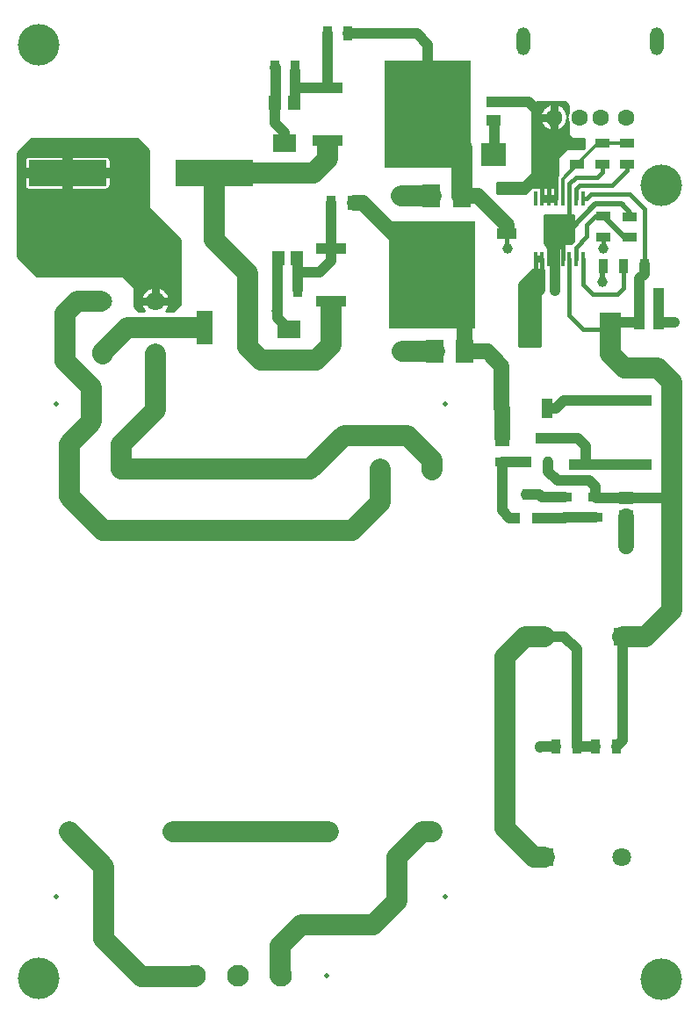
<source format=gtl>
G04 Layer_Physical_Order=1*
G04 Layer_Color=255*
%FSAX25Y25*%
%MOIN*%
G70*
G01*
G75*
%ADD10C,0.01000*%
%ADD11R,0.05512X0.03740*%
%ADD12R,0.09252X0.08858*%
%ADD13R,0.05512X0.04134*%
%ADD14R,0.29528X0.09842*%
%ADD15R,0.05905X0.12598*%
%ADD16R,0.07087X0.08858*%
%ADD17R,0.08858X0.07087*%
%ADD18R,0.03740X0.05512*%
%ADD19R,0.04528X0.05709*%
%ADD20R,0.11811X0.03937*%
%ADD21R,0.33071X0.40551*%
%ADD22R,0.07598X0.03937*%
%ADD23R,0.07874X0.12598*%
%ADD24R,0.10630X0.10630*%
%ADD25R,0.01772X0.05709*%
%ADD26R,0.04134X0.05512*%
%ADD27R,0.03937X0.07598*%
%ADD28R,0.12992X0.04134*%
%ADD29R,0.05709X0.04528*%
%ADD30R,0.02362X0.04134*%
%ADD31R,0.02559X0.04134*%
%ADD32C,0.03937*%
%ADD33C,0.03150*%
%ADD34C,0.05905*%
%ADD35C,0.07874*%
%ADD36C,0.01575*%
%ADD37C,0.01968*%
%ADD38C,0.01181*%
%ADD39C,0.03071*%
%ADD40C,0.01772*%
%ADD41C,0.02756*%
%ADD42O,0.05118X0.10630*%
%ADD43C,0.06299*%
%ADD44C,0.15748*%
%ADD45C,0.08268*%
%ADD46C,0.01968*%
%ADD47C,0.07087*%
%ADD48R,0.07087X0.07087*%
%ADD49C,0.03937*%
D10*
X0135411Y0409279D02*
G03*
X0136911Y0410779I0000000J0001500D01*
G01*
Y0420621D02*
G03*
X0135411Y0422121I-0001500J0000000D01*
G01*
X0159718Y0366900D02*
G03*
X0149872Y0363200I-0005618J0000000D01*
G01*
X0158328D02*
G03*
X0159718Y0366900I-0004228J0003700D01*
G01*
X0105884Y0422121D02*
G03*
X0104384Y0420621I0000000J-0001500D01*
G01*
Y0410779D02*
G03*
X0105884Y0409279I0001500J0000000D01*
G01*
X0310527Y0436370D02*
G03*
X0310800Y0435147I0004633J0000393D01*
G01*
Y0438379D02*
G03*
X0310527Y0437156I0004360J-0001616D01*
G01*
D02*
G03*
X0310527Y0436370I-0005210J-0000393D01*
G01*
X0306800Y0414540D02*
G03*
X0306489Y0413443I0001780J-0001097D01*
G01*
X0306800Y0414540D02*
G03*
X0306489Y0413443I0001780J-0001097D01*
G01*
X0147200Y0428700D02*
X0151500Y0424400D01*
Y0402400D02*
Y0424400D01*
X0139000Y0376700D02*
Y0428700D01*
X0141000Y0376700D02*
Y0428700D01*
X0142000Y0376300D02*
Y0428700D01*
X0143000Y0375300D02*
Y0428700D01*
X0140000Y0376700D02*
Y0428700D01*
X0136911Y0420000D02*
X0151500D01*
X0136911Y0419000D02*
X0151500D01*
X0136002Y0422000D02*
X0151500D01*
X0136862Y0421000D02*
X0151500D01*
X0137000Y0376700D02*
Y0428700D01*
X0138000Y0376700D02*
Y0428700D01*
X0136911Y0410779D02*
Y0420621D01*
Y0415000D02*
X0151500D01*
X0136911Y0414000D02*
X0151500D01*
X0136911Y0418000D02*
X0151500D01*
X0136911Y0416000D02*
X0151500D01*
X0142300Y0376000D02*
X0163400D01*
X0143300Y0375000D02*
X0163400D01*
X0151500Y0402400D02*
X0163400Y0390500D01*
X0136911Y0413000D02*
X0151500D01*
X0136911Y0412000D02*
X0151500D01*
X0136911Y0417000D02*
X0151500D01*
X0136911Y0411000D02*
X0151500D01*
X0136693Y0410000D02*
X0151500D01*
X0134000Y0422121D02*
Y0428700D01*
X0135000Y0422121D02*
Y0428700D01*
X0131000Y0422121D02*
Y0428700D01*
X0133000Y0422121D02*
Y0428700D01*
X0136000Y0422001D02*
Y0428700D01*
X0132000Y0422121D02*
Y0428700D01*
X0126000Y0422121D02*
Y0428700D01*
X0127000Y0422121D02*
Y0428700D01*
X0124000Y0422121D02*
Y0428700D01*
X0125000Y0422121D02*
Y0428700D01*
X0129000Y0422121D02*
Y0428700D01*
X0130000Y0422121D02*
Y0428700D01*
X0128000Y0422121D02*
Y0428700D01*
X0132000Y0376700D02*
Y0409279D01*
X0133000Y0376700D02*
Y0409279D01*
X0130000Y0376700D02*
Y0409279D01*
X0131000Y0376700D02*
Y0409279D01*
X0136000Y0376700D02*
Y0409399D01*
X0135000Y0376700D02*
Y0409279D01*
X0134000Y0376700D02*
Y0409279D01*
X0125000Y0376700D02*
Y0409279D01*
X0126000Y0376700D02*
Y0409279D01*
X0124000Y0376700D02*
Y0409279D01*
X0128000Y0376700D02*
Y0409279D01*
X0129000Y0376700D02*
Y0409279D01*
X0127000Y0376700D02*
Y0409279D01*
X0163000Y0365400D02*
Y0390900D01*
X0163400Y0365800D02*
Y0390500D01*
X0158000Y0370944D02*
Y0395900D01*
X0159000Y0369648D02*
Y0394900D01*
X0161000Y0363400D02*
Y0392900D01*
X0162000Y0364400D02*
Y0391900D01*
X0160000Y0363200D02*
Y0393900D01*
X0144300Y0374000D02*
X0163400D01*
X0145300Y0373000D02*
X0163400D01*
X0156000Y0372187D02*
Y0397900D01*
X0156456Y0372000D02*
X0163400D01*
X0157000Y0371712D02*
Y0396900D01*
X0159717Y0367000D02*
X0163400D01*
X0159646Y0366000D02*
X0163400D01*
X0159311Y0369000D02*
X0163400D01*
X0159609Y0368000D02*
X0163400D01*
X0160800Y0363200D02*
X0163400Y0365800D01*
X0159387Y0365000D02*
X0162600D01*
X0158912Y0364000D02*
X0161600D01*
X0157941Y0371000D02*
X0163400D01*
X0158785Y0370000D02*
X0163400D01*
X0158328Y0363200D02*
X0160800D01*
X0154000Y0372517D02*
Y0399900D01*
X0155000Y0372446D02*
Y0398900D01*
X0152000Y0372111D02*
Y0401900D01*
X0153000Y0372409D02*
Y0400900D01*
X0150000Y0370741D02*
Y0425900D01*
X0151000Y0371585D02*
Y0424900D01*
X0149000Y0369256D02*
Y0426900D01*
X0146000Y0372300D02*
Y0428700D01*
X0141600Y0376700D02*
X0146000Y0372300D01*
X0144000Y0374300D02*
Y0428700D01*
X0145000Y0373300D02*
Y0428700D01*
X0147000Y0364000D02*
Y0428700D01*
X0148000Y0363200D02*
Y0427900D01*
X0146000Y0365000D02*
Y0372300D01*
Y0371000D02*
X0150259D01*
X0146000Y0370000D02*
X0149415D01*
X0146000Y0365000D02*
Y0372300D01*
Y0369000D02*
X0148889D01*
X0147000Y0364000D02*
X0149288D01*
X0147800Y0363200D02*
X0149872D01*
X0149000D02*
Y0364544D01*
X0146000Y0372000D02*
X0151743D01*
X0146000Y0368000D02*
X0148591D01*
X0146000Y0367000D02*
X0148483D01*
X0146000Y0366000D02*
X0148555D01*
X0146000Y0365000D02*
X0148813D01*
X0146000D02*
X0147800Y0363200D01*
X0119000Y0422121D02*
Y0428700D01*
X0120000Y0422121D02*
Y0428700D01*
X0117000Y0422121D02*
Y0428700D01*
X0118000Y0422121D02*
Y0428700D01*
X0122000Y0422121D02*
Y0428700D01*
X0123000Y0422121D02*
Y0428700D01*
X0121000Y0422121D02*
Y0428700D01*
X0105400Y0427000D02*
X0148900D01*
X0104400Y0426000D02*
X0149900D01*
X0107100Y0428700D02*
X0147200D01*
X0106400Y0428000D02*
X0147900D01*
X0116000Y0422121D02*
Y0428700D01*
X0103400Y0425000D02*
X0150900D01*
X0115000Y0422121D02*
Y0428700D01*
X0102400Y0424000D02*
X0151500D01*
X0105884Y0422121D02*
X0135411D01*
X0105884Y0409279D02*
X0135411D01*
X0101894Y0409000D02*
X0151500D01*
X0101894Y0408000D02*
X0151500D01*
X0101894Y0423000D02*
X0151500D01*
X0101894Y0406000D02*
X0151500D01*
X0101894Y0405000D02*
X0151500D01*
X0101894Y0407000D02*
X0151500D01*
X0110000Y0422121D02*
Y0428700D01*
X0111000Y0422121D02*
Y0428700D01*
X0108000Y0422121D02*
Y0428700D01*
X0109000Y0422121D02*
Y0428700D01*
X0113000Y0422121D02*
Y0428700D01*
X0114000Y0422121D02*
Y0428700D01*
X0112000Y0422121D02*
Y0428700D01*
X0101894Y0423494D02*
X0107100Y0428700D01*
X0107000Y0422121D02*
Y0428600D01*
X0106000Y0422121D02*
Y0427600D01*
X0101894Y0422000D02*
X0105293D01*
X0105000Y0421834D02*
Y0426600D01*
X0101894Y0421000D02*
X0104432D01*
X0101894Y0418000D02*
X0104384D01*
X0101894Y0417000D02*
X0104384D01*
X0101894Y0420000D02*
X0104384D01*
X0101894Y0419000D02*
X0104384D01*
Y0410779D02*
Y0420621D01*
X0101894Y0416000D02*
X0104384D01*
X0101894Y0414000D02*
X0104384D01*
X0101894Y0413000D02*
X0104384D01*
X0101894Y0415000D02*
X0104384D01*
X0101894Y0411000D02*
X0104384D01*
X0101894Y0410000D02*
X0104601D01*
X0101894Y0412000D02*
X0104384D01*
X0101894Y0394000D02*
X0159900D01*
X0101894Y0393000D02*
X0160900D01*
X0101894Y0396000D02*
X0157900D01*
X0101894Y0395000D02*
X0158900D01*
X0101894Y0391000D02*
X0162900D01*
X0101894Y0390000D02*
X0163400D01*
X0101894Y0392000D02*
X0161900D01*
X0101894Y0401000D02*
X0152900D01*
X0101894Y0400000D02*
X0153900D01*
X0101894Y0403000D02*
X0151500D01*
X0101894Y0402000D02*
X0151900D01*
X0101894Y0398000D02*
X0155900D01*
X0101894Y0397000D02*
X0156900D01*
X0101894Y0399000D02*
X0154900D01*
X0104800Y0381000D02*
X0163400D01*
X0105800Y0380000D02*
X0163400D01*
X0102800Y0383000D02*
X0163400D01*
X0103800Y0382000D02*
X0163400D01*
X0107800Y0378000D02*
X0163400D01*
X0108800Y0377000D02*
X0163400D01*
X0106800Y0379000D02*
X0163400D01*
X0101894Y0388000D02*
X0163400D01*
X0101894Y0387000D02*
X0163400D01*
X0101894Y0389000D02*
X0163400D01*
X0101894Y0385000D02*
X0163400D01*
X0101894Y0384000D02*
X0163400D01*
X0101894Y0386000D02*
X0163400D01*
X0118000Y0376700D02*
Y0409279D01*
X0119000Y0376700D02*
Y0409279D01*
X0116000Y0376700D02*
Y0409279D01*
X0117000Y0376700D02*
Y0409279D01*
X0122000Y0376700D02*
Y0409279D01*
X0123000Y0376700D02*
Y0409279D01*
X0120000Y0376700D02*
Y0409279D01*
X0103000Y0382800D02*
Y0424600D01*
X0102000Y0383800D02*
Y0423600D01*
X0101894Y0383906D02*
Y0423494D01*
Y0383906D02*
Y0423494D01*
X0105000Y0380800D02*
Y0409566D01*
X0115000Y0376700D02*
Y0409279D01*
X0104000Y0381800D02*
Y0425600D01*
X0112000Y0376700D02*
Y0409279D01*
X0109100Y0376700D02*
X0141600D01*
X0110000D02*
Y0409279D01*
X0111000Y0376700D02*
Y0409279D01*
X0114000Y0376700D02*
Y0409279D01*
X0121000Y0376700D02*
Y0409279D01*
X0113000Y0376700D02*
Y0409279D01*
X0107000Y0378800D02*
Y0409279D01*
X0101894Y0404000D02*
X0151500D01*
X0106000Y0379800D02*
Y0409279D01*
X0109000Y0376800D02*
Y0409279D01*
X0101894Y0383906D02*
X0109100Y0376700D01*
X0108000Y0377800D02*
Y0409279D01*
X0310800Y0438379D02*
Y0441400D01*
X0309418Y0440000D02*
X0310800D01*
X0308374Y0441000D02*
X0310800D01*
X0309400Y0442800D02*
X0310800Y0441400D01*
X0312200Y0428700D02*
X0316900Y0428700D01*
X0310800Y0430100D02*
Y0435147D01*
Y0430100D02*
X0312200Y0428700D01*
X0311000Y0424900D02*
Y0429900D01*
X0308942Y0433000D02*
X0310800D01*
X0309751Y0434000D02*
X0310800D01*
X0307464Y0432000D02*
X0310800D01*
X0307000Y0441709D02*
Y0442800D01*
X0303000Y0441445D02*
Y0442800D01*
X0309000Y0440469D02*
Y0442800D01*
X0308000Y0441246D02*
Y0442800D01*
X0299200Y0442800D02*
X0309400Y0442800D01*
X0302000Y0440799D02*
Y0442800D01*
X0301000Y0439705D02*
Y0442800D01*
X0310000Y0439080D02*
Y0442200D01*
X0298400Y0442000D02*
X0310200D01*
X0297400Y0441000D02*
X0302261D01*
X0312000Y0424900D02*
Y0428900D01*
X0310000Y0424900D02*
Y0434446D01*
X0316900Y0424900D02*
Y0428700D01*
X0316000Y0424900D02*
Y0428700D01*
X0309000Y0423900D02*
Y0433057D01*
X0308000Y0422900D02*
Y0432280D01*
X0307000Y0421900D02*
Y0431817D01*
X0310000Y0424900D02*
X0316900D01*
X0313000D02*
Y0428700D01*
X0315000Y0424900D02*
Y0428700D01*
X0314000Y0424900D02*
Y0428700D01*
X0306800Y0421700D02*
X0310000Y0424900D01*
X0297200Y0417000D02*
X0306800D01*
Y0414540D02*
X0306800Y0421700D01*
X0302000Y0410300D02*
Y0432727D01*
X0301000Y0410300D02*
Y0433821D01*
X0304000Y0410300D02*
Y0431707D01*
X0303000Y0410300D02*
Y0432081D01*
X0299000Y0410300D02*
Y0442600D01*
X0298000Y0410300D02*
Y0441600D01*
X0300000Y0410300D02*
Y0442800D01*
X0306489Y0410300D02*
Y0413443D01*
X0297200Y0416000D02*
X0306800D01*
X0305000Y0410300D02*
Y0431548D01*
X0306000Y0410300D02*
Y0431583D01*
X0297200Y0427000D02*
X0316900D01*
X0297200Y0428000D02*
X0316900D01*
X0297200Y0425000D02*
X0316900D01*
X0297200Y0426000D02*
X0316900D01*
X0297200Y0430000D02*
X0310900D01*
X0297200Y0431000D02*
X0310800D01*
X0297200Y0429000D02*
X0311900D01*
X0297200Y0420000D02*
X0306800D01*
X0297200Y0421000D02*
X0306800D01*
X0297200Y0419000D02*
X0306800D01*
X0297200Y0418000D02*
X0306800D01*
X0297200Y0424000D02*
X0309100D01*
X0297200Y0423000D02*
X0308100D01*
X0297200Y0422000D02*
X0307100D01*
X0297200Y0439000D02*
X0300596D01*
X0297200Y0438000D02*
X0300241D01*
X0297200Y0436000D02*
X0300149D01*
X0297200Y0437000D02*
X0300098D01*
X0297200Y0440000D02*
X0301217D01*
X0297200Y0440800D02*
X0299200Y0442800D01*
X0297200Y0440800D02*
X0297200Y0415400D01*
X0297200Y0433000D02*
X0301693D01*
X0297200Y0434000D02*
X0300883D01*
X0297200Y0432000D02*
X0303171D01*
X0296800Y0415000D02*
X0306800D01*
X0297200Y0435000D02*
X0300399D01*
X0295800Y0414000D02*
X0306565D01*
X0294800Y0413000D02*
X0306489D01*
X0297000Y0410300D02*
Y0415200D01*
X0296000Y0409500D02*
Y0414200D01*
X0295000Y0408500D02*
Y0413200D01*
X0293800Y0412000D02*
X0306489D01*
X0293800D02*
X0297200Y0415400D01*
X0294000Y0408000D02*
Y0412200D01*
X0296800Y0410300D02*
X0306489Y0410300D01*
X0294500Y0408000D02*
X0296800Y0410300D01*
X0283600Y0408000D02*
X0294500D01*
X0283600Y0411000D02*
X0306489D01*
X0283600Y0410000D02*
X0296500D01*
X0283600Y0409000D02*
X0295500D01*
X0287000Y0408000D02*
Y0412000D01*
X0286000Y0408000D02*
Y0412000D01*
X0289000Y0408000D02*
Y0412000D01*
X0288000Y0408000D02*
Y0412000D01*
X0284000Y0408000D02*
Y0412000D01*
X0283600Y0408000D02*
Y0412000D01*
X0285000Y0408000D02*
Y0412000D01*
X0292000Y0408000D02*
Y0412000D01*
X0291000Y0408000D02*
Y0412000D01*
X0293000Y0408000D02*
Y0412000D01*
X0283600D02*
X0293800D01*
X0283600D02*
X0293800D01*
X0290000Y0408000D02*
Y0412000D01*
X0312600Y0389535D02*
Y0399800D01*
X0312000Y0389100D02*
Y0399800D01*
X0311000Y0389100D02*
Y0399800D01*
X0309200Y0389100D02*
X0312165D01*
X0310000D02*
Y0399800D01*
X0309000Y0387200D02*
Y0399800D01*
X0309200Y0387200D02*
Y0389100D01*
X0302900Y0388000D02*
X0309200D01*
X0307000Y0387200D02*
Y0399800D01*
X0306000Y0387200D02*
Y0399800D01*
X0308000Y0387200D02*
Y0399800D01*
X0302900Y0387200D02*
X0309200D01*
X0304000D02*
Y0399800D01*
X0303000Y0387200D02*
Y0399800D01*
X0305000Y0387200D02*
Y0399800D01*
X0301900Y0395000D02*
X0312600D01*
X0301900Y0396000D02*
X0312600D01*
X0301900Y0393000D02*
X0312600D01*
X0301900Y0394000D02*
X0312600D01*
X0301900Y0399000D02*
X0312600D01*
X0301900Y0399800D02*
X0312600D01*
X0301900Y0397000D02*
X0312600D01*
X0301900Y0398000D02*
X0312600D01*
X0301900Y0391000D02*
X0312600D01*
X0301900Y0392000D02*
X0312600D01*
X0302000Y0389000D02*
X0309200D01*
X0301900Y0390000D02*
X0312600D01*
X0302000Y0389000D02*
Y0399800D01*
X0301900Y0389100D02*
Y0399800D01*
Y0389100D02*
X0302900Y0388100D01*
X0297400Y0379000D02*
X0301300D01*
X0296400Y0378000D02*
X0301300D01*
X0295400Y0377000D02*
X0301300D01*
X0294400Y0376000D02*
X0301300D01*
X0293400Y0375000D02*
X0301300D01*
X0292400Y0374000D02*
X0301300D01*
Y0370900D02*
Y0379000D01*
X0301000Y0370600D02*
Y0379000D01*
X0300100Y0369700D02*
X0301300Y0370900D01*
X0292200Y0366000D02*
X0300100D01*
X0292200Y0365000D02*
X0300100D01*
X0292200Y0367000D02*
X0300100D01*
X0299000Y0349900D02*
Y0379000D01*
X0300000Y0349900D02*
Y0379000D01*
X0298000Y0349900D02*
Y0379000D01*
X0292200Y0364000D02*
X0300100D01*
Y0349900D02*
Y0369700D01*
X0292200Y0363000D02*
X0300100D01*
X0296000Y0349900D02*
Y0377600D01*
X0297000Y0349900D02*
Y0378600D01*
X0295000Y0349900D02*
Y0376600D01*
X0294000Y0349900D02*
Y0375600D01*
X0293000Y0349900D02*
Y0374600D01*
X0292200Y0372000D02*
X0301300D01*
X0292200Y0371000D02*
X0301300D01*
X0292200Y0373000D02*
X0301300D01*
X0292200Y0369000D02*
X0300100D01*
X0292200Y0360000D02*
X0300100D01*
X0292200Y0370000D02*
X0300400D01*
X0292200Y0368000D02*
X0300100D01*
X0292200Y0362000D02*
X0300100D01*
X0292200Y0373800D02*
X0297400Y0379000D01*
X0292200Y0359000D02*
X0300100D01*
X0292200Y0361000D02*
X0300100D01*
X0292200Y0357000D02*
X0300100D01*
X0292200Y0356000D02*
X0300100D01*
X0292200Y0358000D02*
X0300100D01*
X0292200Y0354000D02*
X0300100D01*
X0292200Y0353000D02*
X0300100D01*
X0292200Y0355000D02*
X0300100D01*
X0292200Y0352000D02*
X0300100D01*
X0292200Y0351000D02*
X0300100D01*
X0292200Y0349900D02*
Y0373800D01*
Y0349900D02*
X0300100D01*
X0292200Y0350000D02*
X0300100D01*
D11*
X0323600Y0418963D02*
D03*
Y0426837D02*
D03*
X0333000Y0418963D02*
D03*
Y0426837D02*
D03*
X0314100Y0418963D02*
D03*
Y0426837D02*
D03*
X0334100Y0399137D02*
D03*
Y0391263D02*
D03*
X0324000Y0391363D02*
D03*
Y0399237D02*
D03*
X0321000Y0284863D02*
D03*
Y0292737D02*
D03*
X0309400Y0292637D02*
D03*
Y0284763D02*
D03*
X0285600Y0313737D02*
D03*
Y0305863D02*
D03*
D12*
X0282554Y0422700D02*
D03*
X0301846D02*
D03*
D13*
X0282300Y0442743D02*
D03*
Y0435657D02*
D03*
D14*
X0176553Y0415700D02*
D03*
X0120647D02*
D03*
D15*
X0189168Y0356900D02*
D03*
X0172632D02*
D03*
D16*
X0260091Y0348000D02*
D03*
X0271509D02*
D03*
X0258891Y0407000D02*
D03*
X0270309D02*
D03*
D17*
X0204600Y0356209D02*
D03*
Y0344791D02*
D03*
X0203100Y0427109D02*
D03*
Y0415691D02*
D03*
D18*
X0200263Y0371200D02*
D03*
X0208137D02*
D03*
X0199263Y0455600D02*
D03*
X0207137D02*
D03*
X0219363Y0468600D02*
D03*
X0227237D02*
D03*
X0220763Y0404300D02*
D03*
X0228637D02*
D03*
X0331826Y0380200D02*
D03*
X0339700D02*
D03*
X0323963D02*
D03*
X0331837D02*
D03*
X0321163Y0197900D02*
D03*
X0329037D02*
D03*
X0306163D02*
D03*
X0314037D02*
D03*
D19*
X0207743Y0383300D02*
D03*
X0200657D02*
D03*
X0206643Y0442500D02*
D03*
X0199557D02*
D03*
D20*
X0219311Y0448100D02*
D03*
Y0428100D02*
D03*
X0220811Y0386900D02*
D03*
Y0366900D02*
D03*
D21*
X0257500Y0438100D02*
D03*
X0259000Y0376900D02*
D03*
D22*
X0287400Y0410001D02*
D03*
Y0392599D02*
D03*
D23*
X0326854Y0356200D02*
D03*
X0296146D02*
D03*
D24*
X0307300Y0394500D02*
D03*
D25*
X0298343Y0383083D02*
D03*
X0300902D02*
D03*
X0303461D02*
D03*
X0306020D02*
D03*
X0308579D02*
D03*
X0311139D02*
D03*
X0313698D02*
D03*
X0316257D02*
D03*
Y0405917D02*
D03*
X0313698D02*
D03*
X0311139D02*
D03*
X0308579D02*
D03*
X0306020D02*
D03*
X0303461D02*
D03*
X0300902D02*
D03*
X0298343D02*
D03*
D26*
X0337857Y0369300D02*
D03*
X0344943D02*
D03*
X0337857Y0359100D02*
D03*
X0344943D02*
D03*
D27*
X0302902Y0326300D02*
D03*
X0285500D02*
D03*
D28*
X0317400Y0304895D02*
D03*
Y0329305D02*
D03*
X0336200Y0304895D02*
D03*
Y0329305D02*
D03*
D29*
X0332900Y0285357D02*
D03*
Y0292443D02*
D03*
D30*
X0299400Y0314928D02*
D03*
X0303140Y0305872D02*
D03*
X0295660D02*
D03*
D31*
X0291060Y0284772D02*
D03*
X0298540D02*
D03*
X0294800Y0293828D02*
D03*
D32*
X0305900Y0376000D02*
Y0386300D01*
X0300200Y0197900D02*
X0306163D01*
X0199557Y0434543D02*
Y0442500D01*
X0200263Y0382906D02*
X0200400Y0382769D01*
X0200263Y0360546D02*
Y0371200D01*
X0120647Y0415700D02*
X0136411D01*
X0120647D02*
Y0421621D01*
X0104884Y0415700D02*
X0120647D01*
Y0409779D02*
Y0415700D01*
X0305900Y0370900D02*
Y0376000D01*
X0199600Y0449400D02*
Y0455557D01*
X0199557Y0455600D02*
X0199600Y0455557D01*
Y0442543D02*
Y0449400D01*
X0199557Y0442500D02*
X0199600Y0442543D01*
X0207074Y0448100D02*
Y0454400D01*
Y0448100D02*
X0219311D01*
X0282300Y0435657D02*
X0282600Y0435357D01*
Y0422746D02*
Y0430200D01*
X0282554Y0422700D02*
X0282600Y0422746D01*
Y0430200D02*
Y0435357D01*
X0339700Y0380200D02*
Y0380900D01*
Y0377500D02*
Y0380200D01*
X0295705Y0442743D02*
X0299000Y0439449D01*
Y0439300D02*
Y0439449D01*
X0282300Y0442743D02*
X0295705D01*
X0344943Y0364400D02*
Y0369300D01*
Y0359100D02*
Y0364400D01*
Y0359100D02*
X0351000D01*
X0200263Y0371200D02*
X0200400Y0371337D01*
X0300200Y0197800D02*
Y0197900D01*
X0302900Y0292637D02*
X0309400D01*
X0300863D02*
X0302900D01*
X0299672Y0293828D02*
X0300863Y0292637D01*
X0294800Y0293828D02*
X0299672D01*
X0199557Y0434543D02*
X0203100Y0431000D01*
Y0427109D02*
Y0431000D01*
X0200263Y0382906D02*
X0200657Y0383300D01*
X0200263Y0360546D02*
X0204600Y0356209D01*
X0305324Y0434824D02*
Y0435863D01*
X0300099Y0422700D02*
X0300902Y0421897D01*
X0300099Y0422700D02*
X0301846D01*
X0337857Y0369300D02*
Y0375657D01*
X0339700Y0377500D01*
X0337857Y0359100D02*
Y0369300D01*
X0326854Y0356200D02*
X0329754Y0359100D01*
X0337857D01*
X0294191Y0305863D02*
X0294200Y0305872D01*
X0285600Y0305863D02*
X0294191D01*
X0288528Y0284772D02*
X0290200D01*
X0285600Y0287700D02*
X0288528Y0284772D01*
X0285600Y0287700D02*
Y0305863D01*
X0208137Y0377900D02*
Y0382906D01*
Y0371200D02*
Y0377900D01*
X0216500D01*
X0220811Y0382211D01*
Y0386900D01*
X0207743Y0383300D02*
X0208137Y0382906D01*
X0227237Y0468600D02*
X0253300D01*
X0257500Y0438100D02*
Y0464400D01*
X0253300Y0468600D02*
X0257500Y0464400D01*
X0219311Y0448100D02*
X0219363Y0448152D01*
Y0468600D01*
X0207074Y0442931D02*
Y0448100D01*
X0206643Y0442500D02*
X0207074Y0442931D01*
X0301836Y0239700D02*
X0309200D01*
X0314037Y0234863D01*
Y0197900D02*
Y0234863D01*
Y0197900D02*
X0321163D01*
X0317400Y0329305D02*
X0336200D01*
X0302902Y0326300D02*
X0306100D01*
X0309105Y0329305D01*
X0317400D01*
Y0304895D02*
X0336200D01*
X0300300Y0314928D02*
X0314572D01*
X0317400Y0312100D01*
Y0304895D02*
Y0312100D01*
X0321000Y0292737D02*
Y0296800D01*
X0321294Y0292443D02*
X0332900D01*
X0321000Y0292737D02*
X0321294Y0292443D01*
X0318900Y0298900D02*
X0321000Y0296800D01*
X0303140Y0302360D02*
Y0305872D01*
Y0302360D02*
X0306600Y0298900D01*
X0318900D01*
X0309500Y0284863D02*
X0321000D01*
X0309400Y0284763D02*
X0309500Y0284863D01*
X0299243Y0284763D02*
X0309400D01*
X0332900Y0292443D02*
X0349843D01*
X0350100Y0292700D01*
X0329037Y0197900D02*
X0331364Y0200227D01*
Y0239700D01*
X0220763Y0386948D02*
X0220811Y0386900D01*
X0220763Y0386948D02*
Y0404300D01*
X0200400Y0371337D02*
Y0377300D01*
Y0382769D01*
D33*
X0154100Y0366900D02*
Y0372018D01*
X0148982Y0366900D02*
X0154100D01*
X0159218D01*
X0305317Y0436763D02*
Y0441487D01*
Y0432039D02*
Y0436763D01*
X0300593D02*
X0305317D01*
D34*
X0332900Y0274000D02*
Y0279400D01*
Y0285357D01*
X0271509Y0348000D02*
X0280000D01*
X0271509D02*
Y0364391D01*
X0276500Y0407000D02*
X0287500Y0396000D01*
Y0393599D02*
Y0396000D01*
X0270309Y0407000D02*
X0276500D01*
X0259000Y0376900D02*
X0271509Y0364391D01*
X0285600Y0315100D02*
Y0326200D01*
X0285500Y0326300D02*
X0285600Y0326200D01*
X0229800Y0404300D02*
X0232900D01*
X0249800Y0387400D01*
X0280000Y0348000D02*
X0285500Y0342500D01*
Y0326300D02*
Y0342500D01*
D35*
X0259000Y0303100D02*
Y0306700D01*
X0141100Y0303400D02*
Y0312800D01*
X0154100Y0325800D02*
Y0346900D01*
X0141100Y0312800D02*
X0154100Y0325800D01*
X0239525Y0290825D02*
Y0303400D01*
X0121415Y0292885D02*
Y0312815D01*
X0129900Y0321300D02*
Y0334300D01*
X0119900Y0344300D02*
X0129900Y0334300D01*
X0119900Y0344300D02*
Y0362300D01*
X0121415Y0312815D02*
X0129900Y0321300D01*
X0148700Y0110800D02*
X0169001D01*
X0201550Y0111000D02*
Y0122350D01*
X0160685Y0165505D02*
X0219740D01*
X0286700Y0167000D02*
Y0232100D01*
Y0167000D02*
X0297700Y0156000D01*
X0286700Y0232100D02*
X0294300Y0239700D01*
X0252400Y0348000D02*
X0260091D01*
X0247700D02*
X0252400D01*
X0251800Y0407000D02*
X0258891D01*
X0247300D02*
X0251800D01*
X0121390Y0165605D02*
X0134500Y0152494D01*
Y0125000D02*
Y0152494D01*
X0255305Y0165605D02*
X0259185D01*
X0245600Y0155900D02*
X0255305Y0165605D01*
X0249600Y0316100D02*
X0259000Y0306700D01*
X0225600Y0316100D02*
X0249600D01*
X0212900Y0303400D02*
X0225600Y0316100D01*
X0141100Y0303400D02*
X0212900D01*
X0228800Y0280100D02*
X0239525Y0290825D01*
X0134200Y0280100D02*
X0228800D01*
X0121415Y0292885D02*
X0134200Y0280100D01*
X0141075Y0303400D02*
X0141100D01*
X0143400Y0356900D02*
X0171500D01*
X0134100Y0347600D02*
X0143400Y0356900D01*
X0134100Y0346900D02*
Y0347600D01*
X0124500Y0366900D02*
X0133400D01*
X0119900Y0362300D02*
X0124500Y0366900D01*
X0134500Y0125000D02*
X0148700Y0110800D01*
X0209500Y0130300D02*
X0236600D01*
X0201550Y0122350D02*
X0209500Y0130300D01*
X0245600Y0139300D02*
Y0155900D01*
X0236600Y0130300D02*
X0245600Y0139300D01*
X0219311Y0421011D02*
Y0426000D01*
X0213991Y0415691D02*
X0219311Y0421011D01*
X0220811Y0350411D02*
Y0364800D01*
X0215191Y0344791D02*
X0220811Y0350411D01*
X0204600Y0344791D02*
X0215191D01*
X0194209D02*
X0204600D01*
X0189168Y0349832D02*
X0194209Y0344791D01*
X0189168Y0349832D02*
Y0356900D01*
X0203100Y0415691D02*
X0213991D01*
X0203091Y0415700D02*
X0203100Y0415691D01*
X0176553Y0415700D02*
X0203091D01*
X0189168Y0356900D02*
Y0377632D01*
X0176553Y0390247D02*
X0189168Y0377632D01*
X0176553Y0390247D02*
Y0415700D01*
X0257500Y0438100D02*
X0270309Y0425291D01*
Y0407000D02*
Y0425291D01*
X0297700Y0156000D02*
X0301636D01*
X0294300Y0239700D02*
X0301836D01*
X0331364D02*
X0340200D01*
X0350100Y0249600D01*
X0344800Y0341800D02*
X0350100Y0336500D01*
X0332000Y0341800D02*
X0344800D01*
X0326854Y0346946D02*
X0332000Y0341800D01*
X0326854Y0346946D02*
Y0356200D01*
X0350100Y0249600D02*
Y0292700D01*
Y0336500D01*
D36*
X0327500Y0411100D02*
X0333000Y0416600D01*
X0315198Y0411100D02*
X0327500D01*
X0313698Y0409600D02*
X0315198Y0411100D01*
X0331837Y0372037D02*
Y0380200D01*
X0329400Y0369600D02*
X0331837Y0372037D01*
X0320000Y0369600D02*
X0329400D01*
X0316257Y0373343D02*
X0320000Y0369600D01*
X0316257Y0373343D02*
Y0383083D01*
X0287400Y0387300D02*
Y0392599D01*
Y0387300D02*
X0287600Y0387100D01*
X0324000D02*
Y0391363D01*
X0313698Y0387398D02*
X0317900Y0391600D01*
X0323600Y0415900D02*
Y0418963D01*
X0321700Y0414000D02*
X0323600Y0415900D01*
X0313600Y0414000D02*
X0321700D01*
X0311139Y0411539D02*
X0313600Y0414000D01*
X0311139Y0405917D02*
Y0411539D01*
X0313698Y0405917D02*
Y0409600D01*
X0333000Y0416600D02*
Y0418963D01*
X0311139Y0398339D02*
Y0405917D01*
X0316257D02*
X0317717D01*
X0311139Y0361561D02*
Y0383083D01*
X0313698D02*
Y0387398D01*
X0316500Y0356200D02*
X0326854D01*
X0311139Y0361561D02*
X0316500Y0356200D01*
X0306020Y0383083D02*
Y0387879D01*
X0308579Y0383083D02*
Y0388020D01*
X0303461Y0383083D02*
Y0388761D01*
X0317717Y0405917D02*
X0319500Y0407700D01*
X0334100D01*
X0339700Y0402100D01*
Y0380900D02*
Y0402100D01*
X0317900Y0391600D02*
Y0396000D01*
X0321137Y0399237D01*
X0324000D01*
D37*
X0323800Y0374300D02*
Y0379963D01*
X0324000Y0399237D02*
X0331974Y0391263D01*
X0334100D01*
Y0399137D02*
Y0400800D01*
X0307300Y0394500D02*
X0311139Y0398339D01*
X0307300Y0394500D02*
X0311700D01*
X0321100Y0403900D01*
X0331000D01*
X0334100Y0400800D01*
D38*
X0308579Y0413443D02*
X0314100Y0418963D01*
X0308579Y0405917D02*
Y0413443D01*
X0321974Y0426837D02*
X0323600D01*
X0314100Y0418963D02*
X0321974Y0426837D01*
X0323600D02*
X0333000D01*
D39*
X0301900Y0405917D02*
X0303461D01*
X0305000D01*
D40*
X0306020D02*
Y0410532D01*
X0300902Y0405917D02*
Y0410998D01*
X0303461Y0405917D02*
Y0409761D01*
X0298343Y0378443D02*
Y0383083D01*
X0300902Y0378398D02*
Y0383083D01*
D41*
X0299200D02*
X0300000D01*
D42*
X0344294Y0465700D02*
D03*
X0293900D02*
D03*
D43*
X0332876Y0436763D02*
D03*
X0323034D02*
D03*
X0315160D02*
D03*
X0305317D02*
D03*
X0121390Y0303400D02*
D03*
X0141075D02*
D03*
X0259185D02*
D03*
X0239500D02*
D03*
X0219815Y0165605D02*
D03*
X0259185D02*
D03*
X0121390D02*
D03*
X0160760D02*
D03*
D44*
X0346000Y0109800D02*
D03*
X0346063Y0411024D02*
D03*
X0109843Y0109843D02*
D03*
X0109800Y0464200D02*
D03*
D45*
X0169001Y0111000D02*
D03*
X0185300D02*
D03*
X0201599D02*
D03*
D46*
X0219119D02*
D03*
X0116468Y0328006D02*
D03*
X0264106D02*
D03*
X0116468Y0140998D02*
D03*
X0264106D02*
D03*
D47*
X0154100Y0346900D02*
D03*
Y0366900D02*
D03*
X0134100D02*
D03*
Y0346900D02*
D03*
X0301836Y0239700D02*
D03*
X0331164Y0156000D02*
D03*
D48*
X0331364Y0239700D02*
D03*
X0301636Y0156000D02*
D03*
D49*
X0127300Y0393800D02*
D03*
X0132900D02*
D03*
X0115500Y0393900D02*
D03*
X0121300Y0393800D02*
D03*
X0332900Y0274000D02*
D03*
Y0279400D02*
D03*
X0305900Y0376000D02*
D03*
Y0370900D02*
D03*
X0199600Y0449400D02*
D03*
X0282600Y0430200D02*
D03*
X0287600Y0387100D02*
D03*
X0324000D02*
D03*
X0323800Y0374300D02*
D03*
X0127500Y0424700D02*
D03*
X0116200Y0424800D02*
D03*
X0132700Y0404500D02*
D03*
X0121400Y0399200D02*
D03*
X0132700Y0424700D02*
D03*
X0121900Y0424800D02*
D03*
X0115500Y0399300D02*
D03*
X0115600Y0404500D02*
D03*
X0127100Y0404400D02*
D03*
X0132700Y0399300D02*
D03*
X0127200D02*
D03*
X0121400Y0404500D02*
D03*
X0344943Y0364400D02*
D03*
X0247700Y0348000D02*
D03*
X0247300Y0407000D02*
D03*
X0199500Y0436100D02*
D03*
X0351000Y0359100D02*
D03*
X0300200Y0197800D02*
D03*
X0252400Y0348000D02*
D03*
X0302900Y0292637D02*
D03*
X0251800Y0407000D02*
D03*
X0200200Y0363300D02*
D03*
X0200400Y0377300D02*
D03*
M02*

</source>
